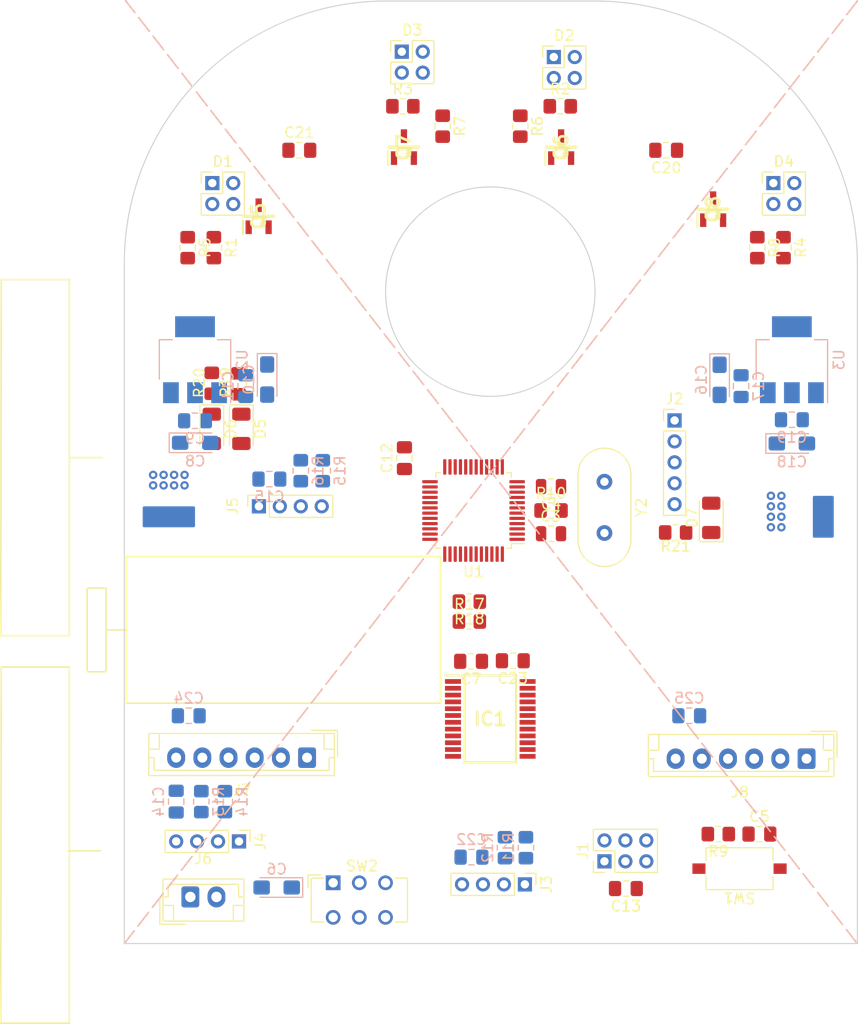
<source format=kicad_pcb>
(kicad_pcb (version 20221018) (generator pcbnew)
  (layers (0 "F.Cu" signal) (31 "B.Cu" signal) (34 "B.Paste" user) (35 "F.Paste" user) (36 "B.SilkS" user "B.Silkscreen") (37 "F.SilkS" user "F.Silkscreen") (38 "B.Mask" user) (39 "F.Mask" user) (44 "Edge.Cuts" user))
  (net 0 "")
  (net 1 "GND")
  (net 2 "OSCIN")
  (net 3 "OSCOUT")
  (net 4 "RESET")
  (net 5 "PC15")
  (net 6 "PC14")
  (net 7 "VBAT")
  (net 8 "+3.3V")
  (net 9 "+5V")
  (net 10 "Net-(D3-K)")
  (net 11 "Net-(D6-K)")
  (net 12 "Net-(D7-K)")
  (net 13 "Net-(D4-K)")
  (net 14 "Net-(D5-K)")
  (net 15 "L_MOTOR1")
  (net 16 "L_MOTOR2")
  (net 17 "R_MOTOR1")
  (net 18 "R_MOTOR2")
  (net 19 "B_PWM")
  (net 20 "B_IN2")
  (net 21 "B_IN1")
  (net 22 "STBY")
  (net 23 "A_IN1")
  (net 24 "A_IN2")
  (net 25 "A_PWM")
  (net 26 "SWDIO")
  (net 27 "SWCLK")
  (net 28 "TXD")
  (net 29 "RXD")
  (net 30 "BOOT0")
  (net 31 "BOOT1")
  (net 32 "Net-(J6-Pin_1)")
  (net 33 "I2C_SDA")
  (net 34 "I2C_SCL")
  (net 35 "LM_B")
  (net 36 "LM_A")
  (net 37 "RM_B")
  (net 38 "RM_A")
  (net 39 "PA4")
  (net 40 "PA5")
  (net 41 "PA11")
  (net 42 "PA12")
  (net 43 "PB5")
  (net 44 "IR1")
  (net 45 "Net-(Q6-D)")
  (net 46 "IR2")
  (net 47 "Net-(Q8-D)")
  (net 48 "LECT1")
  (net 49 "LECT2")
  (net 50 "IR3")
  (net 51 "Net-(Q5-D)")
  (net 52 "LECT3")
  (net 53 "IR4")
  (net 54 "Net-(Q7-D)")
  (net 55 "LECT4")
  (net 56 "PC13")
  (net 57 "PB8")
  (net 59 "Net-(D1-K)")
  (net 60 "Net-(D2-K)")
  (footprint "Resistor_SMD:R_0805_2012Metric_Pad1.20x1.40mm_HandSolder" (layer "F.Cu") (at 130.5 58.75)
    (fp_text reference "R3" (at 0 -1.65) (layer "F.SilkS"))
    (fp_text value "70")
    (pad "1" smd roundrect (at -1 0) (size 1.2 1.4) (layers "F.Cu" "F.Paste" "F.Mask") (roundrect_rratio 0.208333) (net 10 "Net-(D3-K)"))
    (pad "2" smd roundrect (at 1 0) (size 1.2 1.4) (layers "F.Cu" "F.Paste" "F.Mask") (roundrect_rratio 0.208333) (net 54 "Net-(Q7-D)"))
  )
  (footprint "Resistor_SMD:R_0805_2012Metric_Pad1.20x1.40mm_HandSolder" (layer "F.Cu") (at 160.625 128.25 180)
    (fp_text reference "R9" (at 0 -1.65) (layer "F.SilkS"))
    (fp_text value "10k")
    (pad "1" smd roundrect (at -1 0 180) (size 1.2 1.4) (layers "F.Cu" "F.Paste" "F.Mask") (roundrect_rratio 0.208333) (net 8 "+3.3V"))
    (pad "2" smd roundrect (at 1 0 180) (size 1.2 1.4) (layers "F.Cu" "F.Paste" "F.Mask") (roundrect_rratio 0.208333) (net 4 "RESET"))
  )
  (footprint "Resistor_SMD:R_0805_2012Metric_Pad1.20x1.40mm_HandSolder" (layer "F.Cu") (at 136.85 106.05 180)
    (fp_text reference "R18" (at 0 -1.65) (layer "F.SilkS"))
    (fp_text value "10K")
    (pad "1" smd roundrect (at -1 0 180) (size 1.2 1.4) (layers "F.Cu" "F.Paste" "F.Mask") (roundrect_rratio 0.208333) (net 57 "PB8"))
    (pad "2" smd roundrect (at 1 0 180) (size 1.2 1.4) (layers "F.Cu" "F.Paste" "F.Mask") (roundrect_rratio 0.208333) (net 1 "GND"))
  )
  (footprint "Connector_PinHeader_2.00mm:PinHeader_2x02_P2.00mm_Vertical" (layer "F.Cu") (at 165.8825 66.084)
    (fp_text reference "D4" (at 1 -2.06) (layer "F.SilkS"))
    (fp_text value "IR_LEFT")
    (pad "1" thru_hole rect (at 0 0) (size 1.35 1.35) (drill 0.8) (layers "*.Cu" "*.Mask") (net 13 "Net-(D4-K)"))
    (pad "2" thru_hole oval (at 2 0) (size 1.35 1.35) (drill 0.8) (layers "*.Cu" "*.Mask") (net 9 "+5V"))
    (pad "3" thru_hole oval (at 0 2) (size 1.35 1.35) (drill 0.8) (layers "*.Cu" "*.Mask") (net 55 "LECT4"))
    (pad "4" thru_hole oval (at 2 2) (size 1.35 1.35) (drill 0.8) (layers "*.Cu" "*.Mask") (net 9 "+5V"))
  )
  (footprint "IRLML6344TRPBF:SOT95P237X112-3N" (layer "F.Cu") (at 145.6125 62.65 90)
    (fp_text reference "Q6" (at 0 0 90) (layer "F.SilkS") (effects (font (size 1.27 1.27) (thickness 0.254))))
    (fp_text value "IRLML6344TRPBF" hide)
    (pad "1" smd rect (at -1.05 -0.95 180) (size 0.6 1.3) (layers "F.Cu" "F.Paste" "F.Mask") (net 46 "IR2"))
    (pad "2" smd rect (at -1.05 0.95 180) (size 0.6 1.3) (layers "F.Cu" "F.Paste" "F.Mask") (net 1 "GND"))
    (pad "3" smd rect (at 1.05 0 180) (size 0.6 1.3) (layers "F.Cu" "F.Paste" "F.Mask") (net 45 "Net-(Q6-D)"))
  )
  (footprint "Capacitor_SMD:C_0805_2012Metric_Pad1.18x1.45mm_HandSolder" (layer "F.Cu") (at 137.0125 111.75 180)
    (fp_text reference "C7" (at 0 -1.68) (layer "F.SilkS"))
    (fp_text value "100nF")
    (pad "1" smd roundrect (at -1.0375 0 180) (size 1.175 1.45) (layers "F.Cu" "F.Paste" "F.Mask") (roundrect_rratio 0.212766) (net 7 "VBAT"))
    (pad "2" smd roundrect (at 1.0375 0 180) (size 1.175 1.45) (layers "F.Cu" "F.Paste" "F.Mask") (roundrect_rratio 0.212766) (net 1 "GND"))
  )
  (footprint "Connector_JST:JST_EH_B6B-EH-A_1x06_P2.50mm_Vertical" (layer "F.Cu") (at 169.05 121.05 180)
    (fp_text reference "J8" (at 6.35 -3.2) (layer "F.SilkS"))
    (fp_text value "R_Motor")
    (pad "1" thru_hole roundrect (at 0 0 180) (size 1.7 1.95) (drill 0.95) (layers "*.Cu" "*.Mask") (roundrect_rratio 0.147059) (net 18 "R_MOTOR2"))
    (pad "2" thru_hole oval (at 2.5 0 180) (size 1.7 1.95) (drill 0.95) (layers "*.Cu" "*.Mask") (net 17 "R_MOTOR1"))
    (pad "3" thru_hole oval (at 5 0 180) (size 1.7 1.95) (drill 0.95) (layers "*.Cu" "*.Mask") (net 37 "RM_B"))
    (pad "4" thru_hole oval (at 7.5 0 180) (size 1.7 1.95) (drill 0.95) (layers "*.Cu" "*.Mask") (net 38 "RM_A"))
    (pad "5" thru_hole oval (at 10 0 180) (size 1.7 1.95) (drill 0.95) (layers "*.Cu" "*.Mask") (net 9 "+5V"))
    (pad "6" thru_hole oval (at 12.5 0 180) (size 1.7 1.95) (drill 0.95) (layers "*.Cu" "*.Mask") (net 1 "GND"))
  )
  (footprint "LED_SMD:LED_1206_3216Metric" (layer "F.Cu") (at 112.25 89.55 -90)
    (fp_text reference "D6" (at 0 -1.82 90) (layer "F.SilkS"))
    (fp_text value "LED")
    (pad "1" smd roundrect (at -1.4 0 270) (size 1.25 1.75) (layers "F.Cu" "F.Paste" "F.Mask") (roundrect_rratio 0.2) (net 11 "Net-(D6-K)"))
    (pad "2" smd roundrect (at 1.4 0 270) (size 1.25 1.75) (layers "F.Cu" "F.Paste" "F.Mask") (roundrect_rratio 0.2) (net 8 "+3.3V"))
  )
  (footprint "IRLML6344TRPBF:SOT95P237X112-3N" (layer "F.Cu") (at 130.6 62.65 90)
    (fp_text reference "Q7" (at 0 0 90) (layer "F.SilkS") (effects (font (size 1.27 1.27) (thickness 0.254))))
    (fp_text value "IRLML6344TRPBF" hide)
    (pad "1" smd rect (at -1.05 -0.95 180) (size 0.6 1.3) (layers "F.Cu" "F.Paste" "F.Mask") (net 50 "IR3"))
    (pad "2" smd rect (at -1.05 0.95 180) (size 0.6 1.3) (layers "F.Cu" "F.Paste" "F.Mask") (net 1 "GND"))
    (pad "3" smd rect (at 1.05 0 180) (size 0.6 1.3) (layers "F.Cu" "F.Paste" "F.Mask") (net 54 "Net-(Q7-D)"))
  )
  (footprint "Capacitor_SMD:C_0805_2012Metric_Pad1.18x1.45mm_HandSolder" (layer "F.Cu") (at 151.8 133.45 180)
    (fp_text reference "C13" (at 0 -1.68) (layer "F.SilkS"))
    (fp_text value "100nF")
    (pad "1" smd roundrect (at -1.0375 0 180) (size 1.175 1.45) (layers "F.Cu" "F.Paste" "F.Mask") (roundrect_rratio 0.212766) (net 8 "+3.3V"))
    (pad "2" smd roundrect (at 1.0375 0 180) (size 1.175 1.45) (layers "F.Cu" "F.Paste" "F.Mask") (roundrect_rratio 0.212766) (net 1 "GND"))
  )
  (footprint "Crystal:Crystal_HC18-U_Vertical" (layer "F.Cu") (at 149.75 94.6 -90)
    (fp_text reference "Y2" (at 2.45 -3.525 90) (layer "F.SilkS"))
    (fp_text value "8MHz")
    (pad "1" thru_hole circle (at 0 0 270) (size 1.5 1.5) (drill 0.8) (layers "*.Cu" "*.Mask") (net 3 "OSCOUT"))
    (pad "2" thru_hole circle (at 4.9 0 270) (size 1.5 1.5) (drill 0.8) (layers "*.Cu" "*.Mask") (net 2 "OSCIN"))
  )
  (footprint "Capacitor_SMD:C_0805_2012Metric" (layer "F.Cu") (at 144.65 95.0625 180)
    (fp_text reference "C4" (at 0 -1.68) (layer "F.SilkS"))
    (fp_text value "20pF")
    (pad "1" smd roundrect (at -0.95 0 180) (size 1 1.45) (layers "F.Cu" "F.Paste" "F.Mask") (net 1 "GND"))
    (pad "2" smd roundrect (at 0.95 0 180) (size 1 1.45) (layers "F.Cu" "F.Paste" "F.Mask") (net 3 "OSCOUT"))
  )
  (footprint "Resistor_SMD:R_0805_2012Metric_Pad1.20x1.40mm_HandSolder" (layer "F.Cu") (at 112.25 85.2 90)
    (fp_text reference "R20" (at 0.05 -1.2 90) (layer "F.SilkS"))
    (fp_text value "200" hide)
    (pad "1" smd roundrect (at -1 0 90) (size 1.2 1.4) (layers "F.Cu" "F.Paste" "F.Mask") (roundrect_rratio 0.208333) (net 11 "Net-(D6-K)"))
    (pad "2" smd roundrect (at 1 0 90) (size 1.2 1.4) (layers "F.Cu" "F.Paste" "F.Mask") (roundrect_rratio 0.208333) (net 1 "GND"))
  )
  (footprint "Resistor_SMD:R_0805_2012Metric_Pad1.20x1.40mm_HandSolder" (layer "F.Cu") (at 164.35 72.25 -90)
    (fp_text reference "R8" (at 0 -1.65 90) (layer "F.SilkS"))
    (fp_text value "10K")
    (pad "1" smd roundrect (at -1 0 270) (size 1.2 1.4) (layers "F.Cu" "F.Paste" "F.Mask") (roundrect_rratio 0.208333) (net 55 "LECT4"))
    (pad "2" smd roundrect (at 1 0 270) (size 1.2 1.4) (layers "F.Cu" "F.Paste" "F.Mask") (roundrect_rratio 0.208333) (net 1 "GND"))
  )
  (footprint "Capacitor_SMD:C_0805_2012Metric_Pad1.18x1.45mm_HandSolder" (layer "F.Cu") (at 164.55 128.25)
    (fp_text reference "C5" (at 0 -1.68) (layer "F.SilkS"))
    (fp_text value "1uF")
    (pad "1" smd roundrect (at -1.0375 0) (size 1.175 1.45) (layers "F.Cu" "F.Paste" "F.Mask") (roundrect_rratio 0.212766) (net 4 "RESET"))
    (pad "2" smd roundrect (at 1.0375 0) (size 1.175 1.45) (layers "F.Cu" "F.Paste" "F.Mask") (roundrect_rratio 0.212766) (net 1 "GND"))
  )
  (footprint "Connector_PinSocket_2.00mm:PinSocket_1x04_P2.00mm_Vertical" (layer "F.Cu") (at 116.75 96.95 90)
    (fp_text reference "J5" (at 0 -2.5 90) (layer "F.SilkS"))
    (fp_text value "Gyro")
    (pad "1" thru_hole rect (at 0 0 90) (size 1.35 1.35) (drill 0.8) (layers "*.Cu" "*.Mask") (net 8 "+3.3V"))
    (pad "2" thru_hole oval (at 0 2 90) (size 1.35 1.35) (drill 0.8) (layers "*.Cu" "*.Mask") (net 1 "GND"))
    (pad "3" thru_hole oval (at 0 4 90) (size 1.35 1.35) (drill 0.8) (layers "*.Cu" "*.Mask") (net 33 "I2C_SDA"))
    (pad "4" thru_hole oval (at 0 6 90) (size 1.35 1.35) (drill 0.8) (layers "*.Cu" "*.Mask") (net 34 "I2C_SCL"))
  )
  (footprint "LED_SMD:LED_1206_3216Metric" (layer "F.Cu") (at 115.075 89.55 -90)
    (fp_text reference "D5" (at 0 -1.82 90) (layer "F.SilkS"))
    (fp_text value "LED")
    (pad "1" smd roundrect (at -1.4 0 270) (size 1.25 1.75) (layers "F.Cu" "F.Paste" "F.Mask") (roundrect_rratio 0.2) (net 14 "Net-(D5-K)"))
    (pad "2" smd roundrect (at 1.4 0 270) (size 1.25 1.75) (layers "F.Cu" "F.Paste" "F.Mask") (roundrect_rratio 0.2) (net 9 "+5V"))
  )
  (footprint "Resistor_SMD:R_0805_2012Metric_Pad1.20x1.40mm_HandSolder" (layer "F.Cu") (at 166.85 72.25 -90)
    (fp_text reference "R4" (at 0 -1.65 90) (layer "F.SilkS"))
    (fp_text value "70")
    (pad "1" smd roundrect (at -1 0 270) (size 1.2 1.4) (layers "F.Cu" "F.Paste" "F.Mask") (roundrect_rratio 0.208333) (net 13 "Net-(D4-K)"))
    (pad "2" smd roundrect (at 1 0 270) (size 1.2 1.4) (layers "F.Cu" "F.Paste" "F.Mask") (roundrect_rratio 0.208333) (net 47 "Net-(Q8-D)"))
  )
  (footprint "Resistor_SMD:R_0805_2012Metric_Pad1.20x1.40mm_HandSolder" (layer "F.Cu") (at 144.65 97.35 180)
    (fp_text reference "R10" (at 0 1.65 180) (layer "F.SilkS"))
    (fp_text value "1M" hide)
    (pad "1" smd roundrect (at -1 0 180) (size 1.2 1.4) (layers "F.Cu" "F.Paste" "F.Mask") (roundrect_rratio 0.208333) (net 2 "OSCIN"))
    (pad "2" smd roundrect (at 1 0 180) (size 1.2 1.4) (layers "F.Cu" "F.Paste" "F.Mask") (roundrect_rratio 0.208333) (net 3 "OSCOUT"))
  )
  (footprint "Connector_PinHeader_2.00mm:PinHeader_2x02_P2.00mm_Vertical" (layer "F.Cu") (at 144.9125 54.05)
    (fp_text reference "D2" (at 1 -2.06) (layer "F.SilkS"))
    (fp_text value "IR_LEFT")
    (pad "1" thru_hole rect (at 0 0) (size 1.35 1.35) (drill 0.8) (layers "*.Cu" "*.Mask") (net 60 "Net-(D2-K)"))
    (pad "2" thru_hole oval (at 2 0) (size 1.35 1.35) (drill 0.8) (layers "*.Cu" "*.Mask") (net 9 "+5V"))
    (pad "3" thru_hole oval (at 0 2) (size 1.35 1.35) (drill 0.8) (layers "*.Cu" "*.Mask") (net 49 "LECT2"))
    (pad "4" thru_hole oval (at 2 2) (size 1.35 1.35) (drill 0.8) (layers "*.Cu" "*.Mask") (net 9 "+5V"))
  )
  (footprint "Connector_PinHeader_2.00mm:PinHeader_2x03_P2.00mm_Vertical" (layer "F.Cu") (at 149.75 130.85 90)
    (fp_text reference "J1" (at 1 -2.06 90) (layer "F.SilkS"))
    (fp_text value "Conn_02x03_Odd_Even")
    (pad "1" thru_hole rect (at 0 0 90) (size 1.35 1.35) (drill 0.8) (layers "*.Cu" "*.Mask") (net 8 "+3.3V"))
    (pad "2" thru_hole oval (at 2 0 90) (size 1.35 1.35) (drill 0.8) (layers "*.Cu" "*.Mask") (net 8 "+3.3V"))
    (pad "3" thru_hole oval (at 0 2 90) (size 1.35 1.35) (drill 0.8) (layers "*.Cu" "*.Mask") (net 30 "BOOT0"))
    (pad "4" thru_hole oval (at 2 2 90) (size 1.35 1.35) (drill 0.8) (layers "*.Cu" "*.Mask") (net 31 "BOOT1"))
    (pad "5" thru_hole oval (at 0 4 90) (size 1.35 1.35) (drill 0.8) (layers "*.Cu" "*.Mask") (net 1 "GND"))
    (pad "6" thru_hole oval (at 2 4 90) (size 1.35 1.35) (drill 0.8) (layers "*.Cu" "*.Mask") (net 1 "GND"))
  )
  (footprint "Capacitor_SMD:C_0805_2012Metric_Pad1.18x1.45mm_HandSolder" (layer "F.Cu") (at 120.6125 62.95)
    (fp_text reference "C21" (at 0 -1.68) (layer "F.SilkS"))
    (fp_text value "100nF")
    (pad "1" smd roundrect (at -1.0375 0) (size 1.175 1.45) (layers "F.Cu" "F.Paste" "F.Mask") (roundrect_rratio 0.212766) (net 9 "+5V"))
    (pad "2" smd roundrect (at 1.0375 0) (size 1.175 1.45) (layers "F.Cu" "F.Paste" "F.Mask") (roundrect_rratio 0.212766) (net 1 "GND"))
  )
  (footprint "Connector_PinHeader_2.00mm:PinHeader_1x05_P2.00mm_Vertical" (layer "F.Cu") (at 156.45 88.75)
    (fp_text reference "J2" (at 0 -2.06) (layer "F.SilkS"))
    (fp_text value "FreePins")
    (pad "1" thru_hole rect (at 0 0) (size 1.35 1.35) (drill 0.8) (layers "*.Cu" "*.Mask") (net 39 "PA4"))
    (pad "2" thru_hole oval (at 0 2) (size 1.35 1.35) (drill 0.8) (layers "*.Cu" "*.Mask") (net 40 "PA5"))
    (pad "3" thru_hole oval (at 0 4) (size 1.35 1.35) (drill 0.8) (layers "*.Cu" "*.Mask") (net 41 "PA11"))
    (pad "4" thru_hole oval (at 0 6) (size 1.35 1.35) (drill 0.8) (layers "*.Cu" "*.Mask") (net 42 "PA12"))
    (pad "5" thru_hole oval (at 0 8) (size 1.35 1.35) (drill 0.8) (layers "*.Cu" "*.Mask") (net 43 "PB5"))
  )
  (footprint "Package_QFP:LQFP-48_7x7mm_P0.5mm" (layer "F.Cu") (at 137.25 97.35 180)
    (fp_text reference "U1" (at 0 -5.85) (layer "F.SilkS"))
    (fp_text value "STM32F103C8T6")
    (pad "1" smd roundrect (at -4.1625 -2.75 180) (size 1.475 0.3) (layers "F.Cu" "F.Paste" "F.Mask") (net 7 "VBAT"))
    (pad "2" smd roundrect (at -4.1625 -2.25 180) (size 1.475 0.3) (layers "F.Cu" "F.Paste" "F.Mask") (net 56 "PC13"))
    (pad "3" smd roundrect (at -4.1625 -1.75 180) (size 1.475 0.3) (layers "F.Cu" "F.Paste" "F.Mask") (net 6 "PC14"))
    (pad "4" smd roundrect (at -4.1625 -1.25 180) (size 1.475 0.3) (layers "F.Cu" "F.Paste" "F.Mask") (net 5 "PC15"))
    (pad "5" smd roundrect (at -4.1625 -0.75 180) (size 1.475 0.3) (layers "F.Cu" "F.Paste" "F.Mask") (net 2 "OSCIN"))
    (pad "6" smd roundrect (at -4.1625 -0.25 180) (size 1.475 0.3) (layers "F.Cu" "F.Paste" "F.Mask") (net 3 "OSCOUT"))
    (pad "7" smd roundrect (at -4.1625 0.25 180) (size 1.475 0.3) (layers "F.Cu" "F.Paste" "F.Mask") (net 4 "RESET"))
    (pad "8" smd roundrect (at -4.1625 0.75 180) (size 1.475 0.3) (layers "F.Cu" "F.Paste" "F.Mask") (net 1 "GND"))
    (pad "9" smd roundrect (at -4.1625 1.25 180) (size 1.475 0.3) (layers "F.Cu" "F.Paste" "F.Mask") (net 8 "+3.3V"))
    (pad "10" smd roundrect (at -4.1625 1.75 180) (size 1.475 0.3) (layers "F.Cu" "F.Paste" "F.Mask") (net 36 "LM_A"))
    (pad "11" smd roundrect (at -4.1625 2.25 180) (size 1.475 0.3) (layers "F.Cu" "F.Paste" "F.Mask") (net 35 "LM_B"))
    (pad "12" smd roundrect (at -4.1625 2.75 180) (size 1.475 0.3) (layers "F.Cu" "F.Paste" "F.Mask") (net 38 "RM_A"))
    (pad "13" smd roundrect (at -2.75 4.1625 180) (size 0.3 1.475) (layers "F.Cu" "F.Paste" "F.Mask") (net 37 "RM_B"))
    (pad "14" smd roundrect (at -2.25 4.1625 180) (size 0.3 1.475) (layers "F.Cu" "F.Paste" "F.Mask") (net 39 "PA4"))
    (pad "15" smd roundrect (at -1.75 4.1625 180) (size 0.3 1.475) (layers "F.Cu" "F.Paste" "F.Mask") (net 40 "PA5"))
    (pad "16" smd roundrect (at -1.25 4.1625 180) (size 0.3 1.475) (layers "F.Cu" "F.Paste" "F.Mask") (net 25 "A_PWM"))
    (pad "17" smd roundrect (at -0.75 4.1625 180) (size 0.3 1.475) (layers "F.Cu" "F.Paste" "F.Mask") (net 19 "B_PWM"))
    (pad "18" smd roundrect (at -0.25 4.1625 180) (size 0.3 1.475) (layers "F.Cu" "F.Paste" "F.Mask") (net 50 "IR3"))
    (pad "19" smd roundrect (at 0.25 4.1625 180) (size 0.3 1.475) (layers "F.Cu" "F.Paste" "F.Mask") (net 44 "IR1"))
    (pad "20" smd roundrect (at 0.75 4.1625 180) (size 0.3 1.475) (layers "F.Cu" "F.Paste" "F.Mask") (net 31 "BOOT1"))
    (pad "21" smd roundrect (at 1.25 4.1625 180) (size 0.3 1.475) (layers "F.Cu" "F.Paste" "F.Mask") (net 28 "TXD"))
    (pad "22" smd roundrect (at 1.75 4.1625 180) (size 0.3 1.475) (layers "F.Cu" "F.Paste" "F.Mask") (net 29 "RXD"))
    (pad "23" smd roundrect (at 2.25 4.1625 180) (size 0.3 1.475) (layers "F.Cu" "F.Paste" "F.Mask") (net 1 "GND"))
    (pad "24" smd roundrect (at 2.75 4.1625 180) (size 0.3 1.475) (layers "F.Cu" "F.Paste" "F.Mask") (net 8 "+3.3V"))
    (pad "25" smd roundrect (at 4.1625 2.75 180) (size 1.475 0.3) (layers "F.Cu" "F.Paste" "F.Mask") (net 23 "A_IN1"))
    (pad "26" smd roundrect (at 4.1625 2.25 180) (size 1.475 0.3) (layers "F.Cu" "F.Paste" "F.Mask") (net 24 "A_IN2"))
    (pad "27" smd roundrect (at 4.1625 1.75 180) (size 1.475 0.3) (layers "F.Cu" "F.Paste" "F.Mask") (net 21 "B_IN1"))
    (pad "28" smd roundrect (at 4.1625 1.25 180) (size 1.475 0.3) (layers "F.Cu" "F.Paste" "F.Mask") (net 20 "B_IN2"))
    (pad "29" smd roundrect (at 4.1625 0.75 180) (size 1.475 0.3) (layers "F.Cu" "F.Paste" "F.Mask") (net 49 "LECT2"))
    (pad "30" smd roundrect (at 4.1625 0.25 180) (size 1.475 0.3) (layers "F.Cu" "F.Paste" "F.Mask") (net 52 "LECT3"))
    (pad "31" smd roundrect (at 4.1625 -0.25 180) (size 1.475 0.3) (layers "F.Cu" "F.Paste" "F.Mask") (net 55 "LECT4"))
    (pad "32" smd roundrect (at 4.1625 -0.75 180) (size 1.475 0.3) (layers "F.Cu" "F.Paste" "F.Mask") (net 41 "PA11"))
    (pad "33" smd roundrect (at 4.1625 -1.25 180) (size 1.475 0.3) (layers "F.Cu" "F.Paste" "F.Mask") (net 42 "PA12"))
    (pad "34" smd roundrect (at 4.1625 -1.75 180) (size 1.475 0.3) (layers "F.Cu" "F.Paste" "F.Mask") (net 26 "SWDIO"))
    (pad "35" smd roundrect (at 4.1625 -2.25 180) (size 1.475 0.3) (layers "F.Cu" "F.Paste" "F.Mask") (net 1 "GND"))
    (pad "36" smd roundrect (at 4.1625 -2.75 180) (size 1.475 0.3) (layers "F.Cu" "F.Paste" "F.Mask") (net 8 "+3.3V"))
    (pad "37" smd roundrect (at 2.75 -4.1625 180) (size 0.3 1.475) (layers "F.Cu" "F.Paste" "F.Mask") (net 27 "SWCLK"))
    (pad "38" smd roundrect (at 2.25 -4.1625 180) (size 0.3 1.475) (layers "F.Cu" "F.Paste" "F.Mask") (net 22 "STBY"))
    (pad "39" smd roundrect (at 1.75 -4.1625 180) (size 0.3 1.475) (layers "F.Cu" "F.Paste" "F.Mask") (net 46 "IR2"))
    (pad "40" smd roundrect (at 1.25 -4.1625 180) (size 0.3 1.475) (layers "F.Cu" "F.Paste" "F.Mask") (net 53 "IR4"))
    (pad "41" smd roundrect (at 0.75 -4.1625 180) (size 0.3 1.475) (layers "F.Cu" "F.Paste" "F.Mask") (net 43 "PB5"))
    (pad "42" smd roundrect (at 0.25 -4.1625 180) (size 0.3 1.475) (layers "F.Cu" "F.Paste" "F.Mask") (net 34 "I2C_SCL"))
    (pad "43" smd roundrect (at -0.25 -4.1625 180) (size 0.3 1.475) (layers "F.Cu" "F.Paste" "F.Mask") (net 33 "I2C_SDA"))
    (pad "44" smd roundrect (at -0.75 -4.1625 180) (size 0.3 1.475) (layers "F.Cu" "F.Paste" "F.Mask") (net 30 "BOOT0"))
    (pad "45" smd roundrect (at -1.25 -4.1625 180) (size 0.3 1.475) (layers "F.Cu" "F.Paste" "F.Mask") (net 57 "PB8"))
    (pad "46" smd roundrect (at -1.75 -4.1625 180) (size 0.3 1.475) (layers "F.Cu" "F.Paste" "F.Mask") (net 48 "LECT1"))
    (pad "47" smd roundrect (at -2.25 -4.1625 180) (size 0.3 1.475) (layers "F.Cu" "F.Paste" "F.Mask") (net 1 "GND"))
    (pad "48" smd roundrect (at -2.75 -4.1625 180) (size 0.3 1.475) (layers "F.Cu" "F.Paste" "F.Mask") (net 8 "+3.3V"))
  )
  (footprint "Resistor_SMD:R_0805_2012Metric_Pad1.20x1.40mm_HandSolder" (layer "F.Cu") (at 141.7125 60.65 -90)
    (fp_text reference "R6" (at 0 -1.65 90) (layer "F.SilkS"))
    (fp_text value "10K")
    (pad "1" smd roundrect (at -1 0 270) (size 1.2 1.4) (layers "F.Cu" "F.Paste" "F.Mask") (roundrect_rratio 0.208333) (net 49 "LECT2"))
    (pad "2" smd roundrect (at 1 0 270) (size 1.2 1.4) (layers "F.Cu" "F.Paste" "F.Mask") (roundrect_rratio 0.208333) (net 1 "GND"))
  )
  (footprint "IRLML6344TRPBF:SOT95P237X112-3N" (layer "F.Cu") (at 116.725 69.25 90)
    (fp_text reference "Q5" (at 0 0 90) (layer "F.SilkS") (effects (font (size 1.27 1.27) (thickness 0.254))))
    (fp_text value "IRLML6344TRPBF" hide)
    (pad "1" smd rect (at -1.05 -0.95 180) (size 0.6 1.3) (layers "F.Cu" "F.Paste" "F.Mask") (net 44 "IR1"))
    (pad "2" smd rect (at -1.05 0.95 180) (size 0.6 1.3) (layers "F.Cu" "F.Paste" "F.Mask") (net 1 "GND"))
    (pad "3" smd rect (at 1.05 0 180) (size 0.6 1.3) (layers "F.Cu" "F.Paste" "F.Mask") (net 51 "Net-(Q5-D)"))
  )
  (footprint "Capacitor_SMD:C_0805_2012Metric" (layer "F.Cu") (at 144.65 99.5625 180)
    (fp_text reference "C3" (at 0.05 1.65) (layer "F.SilkS"))
    (fp_text value "20pF")
    (pad "1" smd roundrect (at -0.95 0 180) (size 1 1.45) (layers "F.Cu" "F.Paste" "F.Mask") (net 1 "GND"))
    (pad "2" smd roundrect (at 0.95 0 180) (size 1 1.45) (layers "F.Cu" "F.Paste" "F.Mask") (net 2 "OSCIN"))
  )
  (footprint "IRLML6344TRPBF:SOT95P237X112-3N" (layer "F.Cu") (at 160.1325 68.575 90)
    (fp_text reference "Q8" (at 0 0 90) (layer "F.SilkS") (effects (font (size 1.27 1.27) (thickness 0.254))))
    (fp_text value "IRLML6344TRPBF" hide)
    (pad "1" smd rect (at -1.05 -0.95 180) (size 0.6 1.3) (layers "F.Cu" "F.Paste" "F.Mask") (net 53 "IR4"))
    (pad "2" smd rect (at -1.05 0.95 180) (size 0.6 1.3) (layers "F.Cu" "F.Paste" "F.Mask") (net 1 "GND"))
    (pad "3" smd rect (at 1.05 0 180) (size 0.6 1.3) (layers "F.Cu" "F.Paste" "F.Mask") (net 47 "Net-(Q8-D)"))
  )
  (footprint "Resistor_SMD:R_0805_2012Metric_Pad1.20x1.40mm_HandSolder" (layer "F.Cu") (at 134.3 60.65 -90)
    (fp_text reference "R7" (at 0 -1.65 90) (layer "F.SilkS"))
    (fp_text value "10K")
    (pad "1" smd roundrect (at -1 0 270) (size 1.2 1.4) (layers "F.Cu" "F.Paste" "F.Mask") (roundrect_rratio 0.208333) (net 52 "LECT3"))
    (pad "2" smd roundrect (at 1 0 270) (size 1.2 1.4) (layers "F.Cu" "F.Paste" "F.Mask") (roundrect_rratio 0.208333) (net 1 "GND"))
  )
  (footprint "TB6612FNG:SOP65P760X160-24N" (layer "F.Cu") (at 138.85 117.25)
    (fp_text reference "IC1" (at 0 0) (layer "F.SilkS") (effects (font (size 1.27 1.27) (thickness 0.254))))
    (fp_text value "TB6612FNG,C,8,EL" hide)
    (pad "1" smd rect (at -3.562 -3.575 90) (size 0.45 1.525) (layers "F.Cu" "F.Paste" "F.Mask") (net 15 "L_MOTOR1"))
    (pad "2" smd rect (at -3.562 -2.925 90) (size 0.45 1.525) (layers "F.Cu" "F.Paste" "F.Mask") (net 15 "L_MOTOR1"))
    (pad "3" smd rect (at -3.562 -2.275 90) (size 0.45 1.525) (layers "F.Cu" "F.Paste" "F.Mask") (net 1 "GND"))
    (pad "4" smd rect (at -3.562 -1.625 90) (size 0.45 1.525) (layers "F.Cu" "F.Paste" "F.Mask") (net 1 "GND"))
    (pad "5" smd rect (at -3.562 -0.975 90) (size 0.45 1.525) (layers "F.Cu" "F.Paste" "F.Mask") (net 16 "L_MOTOR2"))
    (pad "6" smd rect (at -3.562 -0.325 90) (size 0.45 1.525) (layers "F.Cu" "F.Paste" "F.Mask") (net 16 "L_MOTOR2"))
    (pad "7" smd rect (at -3.562 0.325 90) (size 0.45 1.525) (layers "F.Cu" "F.Paste" "F.Mask") (net 17 "R_MOTOR1"))
    (pad "8" smd rect (at -3.562 0.975 90) (size 0.45 1.525) (layers "F.Cu" "F.Paste" "F.Mask") (net 17 "R_MOTOR1"))
    (pad "9" smd rect (at -3.562 1.625 90) (size 0.45 1.525) (layers "F.Cu" "F.Paste" "F.Mask") (net 1 "GND"))
    (pad "10" smd rect (at -3.562 2.275 90) (size 0.45 1.525) (layers "F.Cu" "F.Paste" "F.Mask") (net 1 "GND"))
    (pad "11" smd rect (at -3.562 2.925 90) (size 0.45 1.525) (layers "F.Cu" "F.Paste" "F.Mask") (net 18 "R_MOTOR2"))
    (pad "12" smd rect (at -3.562 3.575 90) (size 0.45 1.525) (layers "F.Cu" "F.Paste" "F.Mask") (net 18 "R_MOTOR2"))
    (pad "13" smd rect (at 3.562 3.575 90) (size 0.45 1.525) (layers "F.Cu" "F.Paste" "F.Mask") (net 7 "VBAT"))
    (pad "14" smd rect (at 3.562 2.925 90) (size 0.45 1.525) (layers "F.Cu" "F.Paste" "F.Mask") (net 7 "VBAT"))
    (pad "15" smd rect (at 3.562 2.275 90) (size 0.45 1.525) (layers "F.Cu" "F.Paste" "F.Mask") (net 19 "B_PWM"))
    (pad "16" smd rect (at 3.562 1.625 90) (size 0.45 1.525) (layers "F.Cu" "F.Paste" "F.Mask") (net 20 "B_IN2"))
    (pad "17" smd rect (at 3.562 0.975 90) (size 0.45 1.525) (layers "F.Cu" "F.Paste" "F.Mask") (net 21 "B_IN1"))
    (pad "18" smd rect (at 3.562 0.325 90) (size 0.45 1.525) (layers "F.Cu" "F.Paste" "F.Mask") (net 1 "GND"))
    (pad "19" smd rect (at 3.562 -0.325 90) (size 0.45 1.525) (layers "F.Cu" "F.Paste" "F.Mask") (net 22 "STBY"))
    (pad "20" smd rect (at 3.562 -0.975 90) (size 0.45 1.525) (layers "F.Cu" "F.Paste" "F.Mask") (net 9 "+5V"))
    (pad "21" smd rect (at 3.562 -1.625 90) (size 0.45 1.525) (layers "F.Cu" "F.Paste" "F.Mask") (net 23 "A_IN1"))
    (pad "22" smd rect (at 3.562 -2.275 90) (size 0.45 1.525) (layers "F.Cu" "F.Paste" "F.Mask") (net 24 "A_IN2"))
    (pad "23" smd rect (at 3.562 -2.925 90) (size 0.45 1.525) (layers "F.Cu" "F.Paste" "F.Mask") (net 25 "A_PWM"))
    (pad "24" smd rect (at 3.562 -3.575 90) (size 0.45 1.525) (layers "F.Cu" "F.Paste" "F.Mask") (net 7 "VBAT"))
  )
  (footprint "Resistor_SMD:R_0805_2012Metric_Pad1.20x1.40mm_HandSolder" (layer "F.Cu") (at 156.55 99.45 180)
    (fp_text reference "R21" (at 0 -1.3) (layer "F.SilkS"))
    (fp_text value "200" hide)
    (pad "1" smd roundrect (at -1 0 180) (size 1.2 1.4) (layers "F.Cu" "F.Paste" "F.Mask") (roundrect_rratio 0.208333) (net 12 "Net-(D7-K)"))
    (pad "2" smd roundrect (at 1 0 180) (size 1.2 1.4) (layers "F.Cu" "F.Paste" "F.Mask") (roundrect_rratio 0.208333) (net 56 "PC13"))
  )
  (footprint "Button_Switch_THT:SW_CuK_JS202011CQN_DPDT_Straight" (layer "F.Cu") (at 123.8425 132.9)
    (fp_text reference "SW2" (at 2.75 -1.6) (layer "F.SilkS"))
    (fp_text value "SW_SPDT")
    (pad "1" thru_hole rect (at 0 0) (size 1.4 1.4) (drill 0.9) (layers "*.Cu" "*.Mask") (net 7 "VBAT"))
    (pad "2" thru_hole circle (at 2.5 0) (size 1.4 1.4) (drill 0.9) (layers "*.Cu" "*.Mask") (net 32 "Net-(J6-Pin_1)"))
    (pad "3" thru_hole circle (at 5 0) (size 1.4 1.4) (drill 0.9) (layers "*.Cu" "*.Mask"))
    (pad "4" thru_hole circle (at 0 3.3) (size 1.4 1.4) (drill 0.9) (layers "*.Cu" "*.Mask"))
    (pad "5" thru_hole circle (at 2.5 3.3) (size 1.4 1.4) (drill 0.9) (layers "*.Cu" "*.Mask"))
    (pad "6" thru_hole circle (at 5 3.3) (size 1.4 1.4) (drill 0.9) (layers "*.Cu" "*.Mask"))
  )
  (footprint "Connector_JST:JST_EH_B6B-EH-A_1x06_P2.50mm_Vertical" (layer "F.Cu") (at 121.35 120.95 180)
    (fp_text reference "J7" (at 6.2 -3.1) (layer "F.SilkS"))
    (fp_text value "L_Motor")
    (pad "1" thru_hole roundrect (at 0 0 180) (size 1.7 1.95) (drill 0.95) (layers "*.Cu" "*.Mask") (roundrect_rratio 0.147059) (net 16 "L_MOTOR2"))
    (pad "2" thru_hole oval (at 2.5 0 180) (size 1.7 1.95) (drill 0.95) (layers "*.Cu" "*.Mask") (net 15 "L_MOTOR1"))
    (pad "3" thru_hole oval (at 5 0 180) (size 1.7 1.95) (drill 0.95) (layers "*.Cu" "*.Mask") (net 35 "LM_B"))
    (pad "4" thru_hole oval (at 7.5 0 180) (size 1.7 1.95) (drill 0.95) (layers "*.Cu" "*.Mask") (net 36 "LM_A"))
    (pad "5" thru_hole oval (at 10 0 180) (size 1.7 1.95) (drill 0.95) (layers "*.Cu" "*.Mask") (net 9 "+5V"))
    (pad "6" thru_hole oval (at 12.5 0 180) (size 1.7 1.95) (drill 0.95) (layers "*.Cu" "*.Mask") (net 1 "GND"))
  )
  (footprint "Resistor_SMD:R_0805_2012Metric_Pad1.20x1.40mm_HandSolder" (layer "F.Cu") (at 109.95 72.25 -90)
    (fp_text reference "R5" (at 0 -1.65 90) (layer "F.SilkS"))
    (fp_text value "10K")
    (pad "1" smd roundrect (at -1 0 270) (size 1.2 1.4) (layers "F.Cu" "F.Paste" "F.Mask") (roundrect_rratio 0.208333) (net 48 "LECT1"))
    (pad "2" smd roundrect (at 1 0 270) (size 1.2 1.4) (layers "F.Cu" "F.Paste" "F.Mask") (roundrect_rratio 0.208333) (net 1 "GND"))
  )
  (footprint "LED_SMD:LED_1206_3216Metric" (layer "F.Cu") (at 159.95 98.05 90)
    (fp_text reference "D7" (at 0 -1.82 90) (layer "F.SilkS"))
    (fp_text value "LED")
    (pad "1" smd roundrect (at -1.4 0 90) (size 1.25 1.75) (layers "F.Cu" "F.Paste" "F.Mask") (roundrect_rratio 0.2) (net 12 "Net-(D7-K)"))
    (pad "2" smd roundrect (at 1.4 0 90) (size 1.25 1.75) (layers "F.Cu" "F.Paste" "F.Mask") (roundrect_rratio 0.2) (net 8 "+3.3V"))
  )
  (footprint "Connector_PinHeader_2.00mm:PinHeader_2x02_P2.00mm_Vertical" (layer "F.Cu") (at 112.3 66.084)
    (fp_text reference "D1" (at 1 -2.06) (layer "F.SilkS"))
    (fp_text value "IR_LEFT")
    (pad "1" thru_hole rect (at 0 0) (size 1.35 1.35) (drill 0.8) (layers "*.Cu" "*.Mask") (net 59 "Net-(D1-K)"))
    (pad "2" thru_hole oval (at 2 0) (size 1.35 1.35) (drill 0.8) (layers "*.Cu" "*.Mask") (net 9 "+5V"))
    (pad "3" thru_hole oval (at 0 2) (size 1.35 1.35) (drill 0.8) (layers "*.Cu" "*.Mask") (net 48 "LECT1"))
    (pad "4" thru_hole oval (at 2 2) (size 1.35 1.35) (drill 0.8) (layers "*.Cu" "*.Mask") (net 9 "+5V"))
  )
  (footprint "Resistor_SMD:R_0805_2012Metric_Pad1.20x1.40mm_HandSolder" (layer "F.Cu") (at 114.8 85.25 -90)
    (fp_text reference "R19" (at -0.15 1.2 90) (layer "F.SilkS"))
    (fp_text value "250" hide)
    (pad "1" smd roundrect (at -1 0 270) (size 1.2 1.4) (layers "F.Cu" "F.Paste" "F.Mask") (roundrect_rratio 0.208333) (net 1 "GND"))
    (pad "2" smd roundrect (at 1 0 270) (size 1.2 1.4) (layers "F.Cu" "F.Paste" "F.Mask") (roundrect_rratio 0.208333) (net 14 "Net-(D5-K)"))
  )
  (footprint "Connector_PinHeader_2.00mm:PinHeader_1x04_P2.00mm_Vertical" (layer "F.Cu") (at 142.15 133.05 -90)
    (fp_text reference "J3" (at 0 -2.06 90) (layer "F.SilkS"))
    (fp_text value "UART")
    (pad "1" thru_hole rect (at 0 0 270) (size 1.35 1.35) (drill 0.8) (layers "*.Cu" "*.Mask") (net 28 "TXD"))
    (pad "2" thru_hole oval (at 0 2 270) (size 1.35 1.35) (drill 0.8) (layers "*.Cu" "*.Mask") (net 29 "RXD"))
    (pad "3" thru_hole oval (at 0 4 270) (size 1.35 1.35) (drill 0.8) (layers "*.Cu" "*.Mask") (net 1 "GND"))
    (pad "4" thru_hole oval (at 0 6 270) (size 1.35 1.35) (drill 0.8) (layers "*.Cu" "*.Mask") (net 9 "+5V"))
  )
  (footprint "Connector_PinHeader_2.00mm:PinHeader_2x02_P2.00mm_Vertical" (layer "F.Cu") (at 130.4 53.5375)
    (fp_text reference "D3" (at 1 -2.06) (layer "F.SilkS"))
    (fp_text value "IR_LEFT")
    (pad "1" thru_hole rect (at 0 0) (size 1.35 1.35) (drill 0.8) (layers "*.Cu" "*.Mask") (net 10 "Net-(D3-K)"))
    (pad "2" thru_hole oval (at 2 0) (size 1.35 1.35) (drill 0.8) (layers "*.Cu" "*.Mask") (net 9 "+5V"))
    (pad "3" thru_hole oval (at 0 2) (size 1.35 1.35) (drill 0.8) (layers "*.Cu" "*.Mask") (net 52 "LECT3"))
    (pad "4" thru_hole oval (at 2 2) (size 1.35 1.35) (drill 0.8) (layers "*.Cu" "*.Mask") (net 9 "+5V"))
  )
  (footprint "Resistor_SMD:R_0805_2012Metric_Pad1.20x1.40mm_HandSolder" (layer "F.Cu") (at 145.5325 58.75)
    (fp_text reference "R2" (at 0 -1.65) (layer "F.SilkS"))
    (fp_text value "70")
    (pad "1" smd roundrect (at -1 0) (size 1.2 1.4) (layers "F.Cu" "F.Paste" "F.Mask") (roundrect_rratio 0.208333) (net 60 "Net-(D2-K)"))
    (pad "2" smd roundrect (at 1 0) (size 1.2 1.4) (layers "F.Cu" "F.Paste" "F.Mask") (roundrect_rratio 0.208333) (net 45 "Net-(Q6-D)"))
  )
  (footprint "Button_Switch_SMD:SW_Tactile_SPST_NO_Straight_CK_PTS636Sx25SMTRLFS" (layer "F.Cu") (at 162.65 131.55 180)
    (fp_text reference "SW1" (at 0.025 -2.8 180 unlocked) (layer "F.SilkS"))
    (fp_text value "RESET")
    (pad "1" smd rect (at -3.875 0 180) (size 1.25 1) (layers "F.Cu" "F.Paste" "F.Mask") (net 1 "GND"))
    (pad "2" smd rect (at 3.875 0 180) (size 1.25 1) (layers "F.Cu" "F.Paste" "F.Mask") (net 4 "RESET"))
  )
  (footprint "Connector_PinHeader_2.00mm:PinHeader_1x04_P2.00mm_Vertical" (layer "F.Cu") (at 114.85 128.95 -90)
    (fp_text reference "J4" (at 0 -2.06 -270) (layer "F.SilkS"))
    (fp_text value "SWD")
    (pad "1" thru_hole rect (at 0 0 270) (size 1.35 1.35) (drill 0.8) (layers "*.Cu" "*.Mask") (net 8 "+3.3V"))
    (pad "2" thru_hole oval (at 0 2 270) (size 1.35 1.35) (drill 0.8) (layers "*.Cu" "*.Mask") (net 26 "SWDIO"))
    (pad "3" thru_hole oval (at 0 4 270) (size 1.35 1.35) (drill 0.8) (layers "*.Cu" "*.Mask") (net 27 "SWCLK"))
    (pad "4" thru_hole oval (at 0 6 270) (size 1.35 1.35) (drill 0.8) (layers "*.Cu" "*.Mask") (net 1 "GND"))
  )
  (footprint "Capacitor_SMD:C_0805_2012Metric_Pad1.18x1.45mm_HandSolder" (layer "F.Cu") (at 141 111.7 180)
    (fp_text reference "C23" (at 0 -1.68) (layer "F.SilkS"))
    (fp_text value "100nF")
    (pad "1" smd roundrect (at -1.0375 0 180) (size 1.175 1.45) (layers "F.Cu" "F.Paste" "F.Mask") (roundrect_rratio 0.212766) (net 9 "+5V"))
    (pad "2" smd roundrect (at 1.0375 0 180) (size 1.175 1.45) (layers "F.Cu" "F.Paste" "F.Mask") (roundrect_rratio 0.212766) (net 1 "GND"))
  )
  (footprint "Capacitor_SMD:C_0805_2012Metric_Pad1.18x1.45mm_HandSolder" (layer "F.Cu") (at 155.65 62.95 180)
    (fp_text reference "C20" (at 0 -1.68) (layer "F.SilkS"))
    (fp_text value "100nF")
    (pad "1" smd roundrect (at -1.0375 0 180) (size 1.175 1.45) (layers "F.Cu" "F.Paste" "F.Mask") (roundrect_rratio 0.212766) (net 9 "+5V"))
    (pad "2" smd roundrect (at 1.0375 0 180) (size 1.175 1.45) (layers "F.Cu" "F.Paste" "F.Mask") (roundrect_rratio 0.212766) (net 1 "GND"))
  )
  (footprint "Resistor_SMD:R_0805_2012Metric_Pad1.20x1.40mm_HandSolder" (layer "F.Cu") (at 112.45 72.25 -90)
    (fp_text reference "R1" (at 0 -1.65 90) (layer "F.SilkS"))
    (fp_text value "70")
    (pad "1" smd roundrect (at -1 0 270) (size 1.2 1.4) (layers "F.Cu" "F.Paste" "F.Mask") (roundrect_rratio 0.208333) (net 59 "Net-(D1-K)"))
    (pad "2" smd roundrect (at 1 0 270) (size 1.2 1.4) (layers "F.Cu" "F.Paste" "F.Mask") (roundrect_rratio 0.208333) (net 51 "Net-(Q5-D)"))
  )
  (footprint "Capacitor_SMD:C_0805_2012Metric_Pad1.18x1.45mm_HandSolder" (layer "F.Cu") (at 130.65 92.35 90)
    (fp_text reference "C12" (at 0 -1.68 90) (layer "F.SilkS"))
    (fp_text value "100nF")
    (pad "1" smd roundrect (at -1.0375 0 90) (size 1.175 1.45) (layers "F.Cu" "F.Paste" "F.Mask") (roundrect_rratio 0.212766) (net 8 "+3.3V"))
    (pad "2" smd roundrect (at 1.0375 0 90) (size 1.175 1.45) (layers "F.Cu" "F.Paste" "F.Mask") (roundrect_rratio 0.212766) (net 1 "GND"))
  )
  (footprint "Connector_JST:JST_EH_B2B-EH-A_1x02_P2.50mm_Vertical" (layer "F.Cu") (at 110.2 134.25)
    (fp_text reference "J6" (at 1.225 -3.65) (layer "F.SilkS"))
    (fp_text value "Batery")
    (pad "1" thru_hole roundrect (at 0 0) (size 1.7 2) (drill 1) (layers "*.Cu" "*.Mask") (roundrect_rratio 0.147059) (net 32 "Net-(J6-Pin_1)"))
    (pad "2" thru_hole oval (at 2.5 0) (size 1.7 2) (drill 1) (layers "*.Cu" "*.Mask") (net 1 "GND"))
  )
  (footprint "Resistor_SMD:R_0805_2012Metric_Pad1.20x1.40mm_HandSolder" (layer "F.Cu") (at 136.85 107.95)
    (fp_text reference "R17" (at 0 -1.65) (layer "F.SilkS"))
    (fp_text value "13K" hide)
    (pad "1" smd roundrect (at -1 0) (size 1.2 1.4) (layers "F.Cu" "F.Paste" "F.Mask") (roundrect_rratio 0.208333) (net 7 "VBAT"))
    (pad "2" smd roundrect (at 1 0) (size 1.2 1.4) (layers "F.Cu" "F.Paste" "F.Mask") (roundrect_rratio 0.208333) (net 57 "PB8"))
  )
  (footprint "Resistor_SMD:R_0805_2012Metric_Pad1.20x1.40mm_HandSolder" (layer "B.Cu") (at 111.25 125.15 90)
    (fp_text reference "R13" (at 0 1.65 90) (layer "B.SilkS") (effects (justify mirror)))
    (fp_text value "4.7K")
    (pad "1" smd roundrect (at -1 0 90) (size 1.2 1.4) (layers "B.Cu" "B.Paste" "B.Mask") (roundrect_rratio 0.208333) (net 27 "SWCLK"))
    (pad "2" smd roundrect (at 1 0 90) (size 1.2 1.4) (layers "B.Cu" "B.Paste" "B.Mask") (roundrect_rratio 0.208333) (net 8 "+3.3V"))
  )
  (footprint "Capacitor_Tantalum_SMD:CP_EIA-3216-10_Kemet-I_Pad1.58x1.35mm_HandSolder" (layer "B.Cu") (at 117.5375 84.845 -90)
    (fp_text reference "C10" (at 0 1.75 90) (layer "B.SilkS") (effects (justify mirror)))
    (fp_text value "10uF/10V")
    (pad "1" smd roundrect (at -1.4375 0 270) (size 1.575 1.35) (layers "B.Cu" "B.Paste" "B.Mask") (roundrect_rratio 0.185185) (net 8 "+3.3V"))
    (pad "2" smd roundrect (at 1.4375 0 270) (size 1.575 1.35) (layers "B.Cu" "B.Paste" "B.Mask") (roundrect_rratio 0.185185) (net 1 "GND"))
  )
  (footprint "Resistor_SMD:R_0805_2012Metric_Pad1.20x1.40mm_HandSolder" (layer "B.Cu") (at 113.5 125.15 90)
    (fp_text reference "R14" (at 0 1.65 90) (layer "B.SilkS") (effects (justify mirror)))
    (fp_text value "4.7K")
    (pad "1" smd roundrect (at -1 0 90) (size 1.2 1.4) (layers "B.Cu" "B.Paste" "B.Mask") (roundrect_rratio 0.208333) (net 26 "SWDIO"))
    (pad "2" smd roundrect (at 1 0 90) (size 1.2 1.4) (layers "B.Cu" "B.Paste" "B.Mask") (roundrect_rratio 0.208333) (net 8 "+3.3V"))
  )
  (footprint "Capacitor_Tantalum_SMD:CP_EIA-3216-10_Kemet-I_Pad1.58x1.35mm_HandSolder" (layer "B.Cu") (at 110.67 90.8825)
    (fp_text reference "C8" (at 0 1.75) (layer "B.SilkS") (effects (justify mirror)))
    (fp_text value "10uF/10V")
    (pad "1" smd roundrect (at -1.4375 0) (size 1.575 1.35) (layers "B.Cu" "B.Paste" "B.Mask") (roundrect_rratio 0.185185) (net 7 "VBAT"))
    (pad "2" smd roundrect (at 1.4375 0) (size 1.575 1.35) (layers "B.Cu" "B.Paste" "B.Mask") (roundrect_rratio 0.185185) (net 1 "GND"))
  )
  (footprint "Resistor_SMD:R_0805_2012Metric_Pad1.20x1.40mm_HandSolder" (layer "B.Cu") (at 140.25 129.55 -90)
    (fp_text reference "R12" (at 0 1.65 90) (layer "B.SilkS") (effects (justify mirror)))
    (fp_text value "4.7K")
    (pad "1" smd roundrect (at -1 0 270) (size 1.2 1.4) (layers "B.Cu" "B.Paste" "B.Mask") (roundrect_rratio 0.208333) (net 29 "RXD"))
    (pad "2" smd roundrect (at 1 0 270) (size 1.2 1.4) (layers "B.Cu" "B.Paste" "B.Mask") (roundrect_rratio 0.208333) (net 9 "+5V"))
  )
  (footprint "Capacitor_SMD:C_0805_2012Metric_Pad1.18x1.45mm_HandSolder" (layer "B.Cu") (at 110.65 88.7825)
    (fp_text reference "C9" (at 0 1.68) (layer "B.SilkS") (effects (justify mirror)))
    (fp_text value "100nF")
    (pad "1" smd roundrect (at -1.0375 0) (size 1.175 1.45) (layers "B.Cu" "B.Paste" "B.Mask") (roundrect_rratio 0.212766) (net 7 "VBAT"))
    (pad "2" smd roundrect (at 1.0375 0) (size 1.175 1.45) (layers "B.Cu" "B.Paste" "B.Mask") (roundrect_rratio 0.212766) (net 1 "GND"))
  )
  (footprint "Capacitor_SMD:C_0805_2012Metric_Pad1.18x1.45mm_HandSolder" (layer "B.Cu") (at 157.85 116.95 180)
    (fp_text reference "C25" (at 0 1.68) (layer "B.SilkS") (effects (justify mirror)))
    (fp_text value "100nF")
    (pad "1" smd roundrect (at -1.0375 0 180) (size 1.175 1.45) (layers "B.Cu" "B.Paste" "B.Mask") (roundrect_rratio 0.212766) (net 9 "+5V"))
    (pad "2" smd roundrect (at 1.0375 0 180) (size 1.175 1.45) (layers "B.Cu" "B.Paste" "B.Mask") (roundrect_rratio 0.212766) (net 1 "GND"))
  )
  (footprint "Resistor_SMD:R_0805_2012Metric_Pad1.20x1.40mm_HandSolder" (layer "B.Cu") (at 120.75 93.55 90)
    (fp_text reference "R16" (at 0 1.65 90) (layer "B.SilkS") (effects (justify mirror)))
    (fp_text value "4.7K")
    (pad "1" smd roundrect (at -1 0 90) (size 1.2 1.4) (layers "B.Cu" "B.Paste" "B.Mask") (roundrect_rratio 0.208333) (net 33 "I2C_SDA"))
    (pad "2" smd roundrect (at 1 0 90) (size 1.2 1.4) (layers "B.Cu" "B.Paste" "B.Mask") (roundrect_rratio 0.208333) (net 8 "+3.3V"))
  )
  (footprint "Capacitor_SMD:C_0805_2012Metric_Pad1.18x1.45mm_HandSolder" (layer "B.Cu") (at 137.05 130.45 180)
    (fp_text reference "C22" (at 0 1.68) (layer "B.SilkS") (effects (justify mirror)))
    (fp_text value "100nF")
    (pad "1" smd roundrect (at -1.0375 0 180) (size 1.175 1.45) (layers "B.Cu" "B.Paste" "B.Mask") (roundrect_rratio 0.212766) (net 9 "+5V"))
    (pad "2" smd roundrect (at 1.0375 0 180) (size 1.175 1.45) (layers "B.Cu" "B.Paste" "B.Mask") (roundrect_rratio 0.212766) (net 1 "GND"))
  )
  (footprint "Resistor_SMD:R_0805_2012Metric_Pad1.20x1.40mm_HandSolder" (layer "B.Cu") (at 142.25 129.55 -90)
    (fp_text reference "R11" (at 0 1.65 90) (layer "B.SilkS") (effects (justify mirror)))
    (fp_text value "4.7K")
    (pad "1" smd roundrect (at -1 0 270) (size 1.2 1.4) (layers "B.Cu" "B.Paste" "B.Mask") (roundrect_rratio 0.208333) (net 28 "TXD"))
    (pad "2" smd roundrect (at 1 0 270) (size 1.2 1.4) (layers "B.Cu" "B.Paste" "B.Mask") (roundrect_rratio 0.208333) (net 9 "+5V"))
  )
  (footprint "Capacitor_SMD:C_0805_2012Metric_Pad1.18x1.45mm_HandSolder" (layer "B.Cu") (at 167.65 88.6825)
    (fp_text reference "C19" (at 0 1.68) (layer "B.SilkS") (effects (justify mirror)))
    (fp_text value "100nF")
    (pad "1" smd roundrect (at -1.0375 0) (size 1.175 1.45) (layers "B.Cu" "B.Paste" "B.Mask") (roundrect_rratio 0.212766) (net 9 "+5V"))
    (pad "2" smd roundrect (at 1.0375 0) (size 1.175 1.45) (layers "B.Cu" "B.Paste" "B.Mask") (roundrect_rratio 0.212766) (net 1 "GND"))
  )
  (footprint "Capacitor_SMD:C_0805_2012Metric_Pad1.18x1.45mm_HandSolder" (layer "B.Cu") (at 162.8 85.47 90)
    (fp_text reference "C17" (at 0 1.68 90) (layer "B.SilkS") (effects (justify mirror)))
    (fp_text value "100nF")
    (pad "1" smd roundrect (at -1.0375 0 90) (size 1.175 1.45) (layers "B.Cu" "B.Paste" "B.Mask") (roundrect_rratio 0.212766) (net 7 "VBAT"))
    (pad "2" smd roundrect (at 1.0375 0 90) (size 1.175 1.45) (layers "B.Cu" "B.Paste" "B.Mask") (roundrect_rratio 0.212766) (net 1 "GND"))
  )
  (footprint "Capacitor_Tantalum_SMD:CP_EIA-3216-10_Kemet-I_Pad1.58x1.35mm_HandSolder" (layer "B.Cu") (at 118.45 133.35 180)
    (fp_text reference "C6" (at 0 1.75) (layer "B.SilkS") (effects (justify mirror)))
    (fp_text value "10uF/10V")
    (pad "1" smd roundrect (at -1.4375 0 180) (size 1.575 1.35) (layers "B.Cu" "B.Paste" "B.Mask") (roundrect_rratio 0.185185) (net 7 "VBAT"))
    (pad "2" smd roundrect (at 1.4375 0 180) (size 1.575 1.35) (layers "B.Cu" "B.Paste" "B.Mask") (roundrect_rratio 0.185185) (net 1 "GND"))
  )
  (footprint "Capacitor_SMD:C_0805_2012Metric_Pad1.18x1.45mm_HandSolder" (layer "B.Cu") (at 115.4875 85.47 -90)
    (fp_text reference "C11" (at 0 1.68 90) (layer "B.SilkS") (effects (justify mirror)))
    (fp_text value "100nF")
    (pad "1" smd roundrect (at -1.0375 0 270) (size 1.175 1.45) (layers "B.Cu" "B.Paste" "B.Mask") (roundrect_rratio 0.212766) (net 8 "+3.3V"))
    (pad "2" smd roundrect (at 1.0375 0 270) (size 1.175 1.45) (layers "B.Cu" "B.Paste" "B.Mask") (roundrect_rratio 0.212766) (net 1 "GND"))
  )
  (footprint "Package_TO_SOT_SMD:SOT-223-3_TabPin2" (layer "B.Cu") (at 110.65 82.95 90)
    (fp_text reference "U2" (at 0 4.5 90) (layer "B.SilkS") (effects (justify mirror)))
    (fp_text value "AMS1117-3.3")
    (pad "1" smd rect (at -3.15 2.3 90) (size 2 1.5) (layers "B.Cu" "B.Paste" "B.Mask") (net 1 "GND"))
    (pad "2" smd rect (at -3.15 0 90) (size 2 1.5) (layers "B.Cu" "B.Paste" "B.Mask") (net 8 "+3.3V"))
    (pad "2" smd rect (at 3.15 0 90) (size 2 3.8) (layers "B.Cu" "B.Paste" "B.Mask") (net 8 "+3.3V"))
    (pad "3" smd rect (at -3.15 -2.3 90) (size 2 1.5) (layers "B.Cu" "B.Paste" "B.Mask") (net 7 "VBAT"))
  )
  (footprint "Capacitor_Tantalum_SMD:CP_EIA-3216-10_Kemet-I_Pad1.58x1.35mm_HandSolder" (layer "B.Cu") (at 160.75 84.87 -90)
    (fp_text reference "C16" (at 0 1.75 90) (layer "B.SilkS") (effects (justify mirror)))
    (fp_text value "10uF/10V")
    (pad "1" smd roundrect (at -1.4375 0 270) (size 1.575 1.35) (layers "B.Cu" "B.Paste" "B.Mask") (roundrect_rratio 0.185185) (net 7 "VBAT"))
    (pad "2" smd roundrect (at 1.4375 0 270) (size 1.575 1.35) (layers "B.Cu" "B.Paste" "B.Mask") (roundrect_rratio 0.185185) (net 1 "GND"))
  )
  (footprint "Capacitor_SMD:C_0805_2012Metric_Pad1.18x1.45mm_HandSolder" (layer "B.Cu") (at 117.75 94.35)
    (fp_text reference "C15" (at 0 1.68) (layer "B.SilkS") (effects (justify mirror)))
    (fp_text value "100nF")
    (pad "1" smd roundrect (at -1.0375 0) (size 1.175 1.45) (layers "B.Cu" "B.Paste" "B.Mask") (roundrect_rratio 0.212766) (net 8 "+3.3V"))
    (pad "2" smd roundrect (at 1.0375 0) (size 1.175 1.45) (layers "B.Cu" "B.Paste" "B.Mask") (roundrect_rratio 0.212766) (net 1 "GND"))
  )
  (footprint "Package_TO_SOT_SMD:SOT-223-3_TabPin2" (layer "B.Cu") (at 167.65 82.95 90)
    (fp_text reference "U3" (at 0 4.5 90) (layer "B.SilkS") (effects (justify mirror)))
    (fp_text value "AMS1117-5.0")
    (pad "1" smd rect (at -3.15 2.3 90) (size 2 1.5) (layers "B.Cu" "B.Paste" "B.Mask") (net 1 "GND"))
    (pad "2" smd rect (at -3.15 0 90) (size 2 1.5) (layers "B.Cu" "B.Paste" "B.Mask") (net 9 "+5V"))
    (pad "2" smd rect (at 3.15 0 90) (size 2 3.8) (layers "B.Cu" "B.Paste" "B.Mask") (net 9 "+5V"))
    (pad "3" smd rect (at -3.15 -2.3 90) (size 2 1.5) (layers "B.Cu" "B.Paste" "B.Mask") (net 7 "VBAT"))
  )
  (footprint "Capacitor_SMD:C_0805_2012Metric_Pad1.18x1.45mm_HandSolder" (layer "B.Cu") (at 108.85 125.15 -90)
    (fp_text reference "C14" (at 0 1.68 90) (layer "B.SilkS") (effects (justify mirror)))
    (fp_text value "100nF")
    (pad "1" smd roundrect (at -1.0375 0 270) (size 1.175 1.45) (layers "B.Cu" "B.Paste" "B.Mask") (roundrect_rratio 0.212766) (net 8 "+3.3V"))
    (pad "2" smd roundrect (at 1.0375 0 270) (size 1.175 1.45) (layers "B.Cu" "B.Paste" "B.Mask") (roundrect_rratio 0.212766) (net 1 "GND"))
  )
  (footprint "Resistor_SMD:R_0805_2012Metric_Pad1.20x1.40mm_HandSolder" (layer "B.Cu") (at 122.85 93.55 90)
    (fp_text reference "R15" (at 0 1.65 90) (layer "B.SilkS") (effects (justify mirror)))
    (fp_text value "4.7K")
    (pad "1" smd roundrect (at -1 0 90) (size 1.2 1.4) (layers "B.Cu" "B.Paste" "B.Mask") (roundrect_rratio 0.208333) (net 34 "I2C_SCL"))
    (pad "2" smd roundrect (at 1 0 90) (size 1.2 1.4) (layers "B.Cu" "B.Paste" "B.Mask") (roundrect_rratio 0.208333) (net 8 "+3.3V"))
  )
  (footprint "Capacitor_SMD:C_0805_2012Metric_Pad1.18x1.45mm_HandSolder" (layer "B.Cu") (at 110.05 116.95 180)
    (fp_text reference "C24" (at 0 1.68) (layer "B.SilkS") (effects (justify mirror)))
    (fp_text value "100nF")
    (pad "1" smd roundrect (at -1.0375 0 180) (size 1.175 1.45) (layers "B.Cu" "B.Paste" "B.Mask") (roundrect_rratio 0.212766) (net 9 "+5V"))
    (pad "2" smd roundrect (at 1.0375 0 180) (size 1.175 1.45) (layers "B.Cu" "B.Paste" "B.Mask") (roundrect_rratio 0.212766) (net 1 "GND"))
  )
  (footprint "Capacitor_Tantalum_SMD:CP_EIA-3216-10_Kemet-I_Pad1.58x1.35mm_HandSolder" (layer "B.Cu") (at 167.65 90.95)
    (fp_text reference "C18" (at 0 1.75) (layer "B.SilkS") (effects (justify mirror)))
    (fp_text value "10uF/10V")
    (pad "1" smd roundrect (at -1.4375 0) (size 1.575 1.35) (layers "B.Cu" "B.Paste" "B.Mask") (roundrect_rratio 0.185185) (net 9 "+5V"))
    (pad "2" smd roundrect (at 1.4375 0) (size 1.575 1.35) (layers "B.Cu" "B.Paste" "B.Mask") (roundrect_rratio 0.185185) (net 1 "GND"))
  )
  (gr_line locked (start 173.9 48.7) (end 103.9 138.7) (stroke (width 0.15) (type dash)) (layer "B.SilkS"))
  (gr_line locked (start 173.875 138.675) (end 104.025 48.675) (stroke (width 0.15) (type dash)) (layer "B.SilkS"))
  (gr_line (start 102.15 112.75) (end 102.15 108.75) (stroke (width 0.15)) (layer "F.SilkS"))
  (gr_line (start 102.15 108.75) (end 102.15 104.75) (stroke (width 0.15)) (layer "F.SilkS"))
  (gr_line (start 98.65 109.3) (end 98.65 75.3) (stroke (width 0.15)) (layer "F.SilkS"))
  (gr_line (start 102.15 104.75) (end 100.35 104.75) (stroke (width 0.15)) (layer "F.SilkS"))
  (gr_line (start 92.15 75.3) (end 92.1 109.3) (stroke (width 0.15)) (layer "F.SilkS"))
  (gr_line (start 92.1 109.3) (end 98.65 109.3) (stroke (width 0.15)) (layer "F.SilkS"))
  (gr_line (start 100.35 104.75) (end 100.35 112.75) (stroke (width 0.15)) (layer "F.SilkS"))
  (gr_line (start 104.1 108.75) (end 102.15 108.75) (stroke (width 0.15)) (layer "F.SilkS"))
  (gr_line (start 100.35 112.75) (end 102.15 112.75) (stroke (width 0.15)) (layer "F.SilkS"))
  (gr_line (start 98.65 112.3) (end 92.15 112.3) (stroke (width 0.15)) (layer "F.SilkS"))
  (gr_rect (start 104.1 101.75) (end 134.1 115.75) (stroke (width 0.15)) (fill none) (layer "F.SilkS"))
  (gr_line (start 98.65 92.3) (end 101.75 92.3) (stroke (width 0.15)) (layer "F.SilkS"))
  (gr_line (start 92.1 146.3) (end 98.65 146.3) (stroke (width 0.15)) (layer "F.SilkS"))
  (gr_line (start 92.15 112.3) (end 92.1 146.3) (stroke (width 0.15)) (layer "F.SilkS"))
  (gr_line (start 98.65 75.3) (end 92.15 75.3) (stroke (width 0.15)) (layer "F.SilkS"))
  (gr_line (start 98.55 129.85) (end 101.65 129.85) (stroke (width 0.15)) (layer "F.SilkS"))
  (gr_line (start 98.65 146.3) (end 98.65 112.3) (stroke (width 0.15)) (layer "F.SilkS"))
  (gr_line (start 103.9 73.7) (end 103.9 138.7) (stroke (width 0.1)) (layer "Edge.Cuts"))
  (gr_line (start 163.9 138.7) (end 103.9 138.7) (stroke (width 0.1)) (layer "Edge.Cuts"))
  (gr_line (start 167.9 138.7) (end 173.900493 138.699785) (stroke (width 0.1)) (layer "Edge.Cuts"))
  (gr_line (start 173.900493 73.699785) (end 173.900493 138.699785) (stroke (width 0.1)) (layer "Edge.Cuts"))
  (gr_arc (start 148.900493 48.699785) (mid 166.578163 56.022115) (end 173.900493 73.699785) (stroke (width 0.1)) (layer "Edge.Cuts"))
  (gr_arc (start 103.9 73.7) (mid 111.22233 56.02233) (end 128.9 48.7) (stroke (width 0.1)) (layer "Edge.Cuts"))
  (gr_circle (center 138.85 76.45) (end 148.85 76.45) (stroke (width 0.1)) (fill none) (layer "Edge.Cuts"))
  (gr_line (start 128.9 48.7) (end 148.900493 48.699785) (stroke (width 0.1)) (layer "Edge.Cuts"))
  (gr_line (start 163.9 138.7) (end 167.9 138.7) (stroke (width 0.1)) (layer "Edge.Cuts"))
  (via locked (at 107.65 93.95) (size 0.8) (drill 0.4) (layers "F.Cu" "B.Cu") (net 8))
  (via locked (at 109.65 94.95) (size 0.8) (drill 0.4) (layers "F.Cu" "B.Cu") (net 8))
  (via locked (at 108.65 94.95) (size 0.8) (drill 0.4) (layers "F.Cu" "B.Cu") (net 8))
  (via locked (at 108.65 93.95) (size 0.8) (drill 0.4) (layers "F.Cu" "B.Cu") (net 8))
  (via locked (at 106.65 94.95) (size 0.8) (drill 0.4) (layers "F.Cu" "B.Cu") (net 8))
  (via locked (at 106.65 93.95) (size 0.8) (drill 0.4) (layers "F.Cu" "B.Cu") (net 8))
  (via locked (at 109.65 93.95) (size 0.8) (drill 0.4) (layers "F.Cu" "B.Cu") (net 8))
  (via locked (at 107.65 94.95) (size 0.8) (drill 0.4) (layers "F.Cu" "B.Cu") (net 8))
  (via locked (at 166.65 97.95) (size 0.8) (drill 0.4) (layers "F.Cu" "B.Cu") (net 9))
  (via locked (at 165.65 98.95) (size 0.8) (drill 0.4) (layers "F.Cu" "B.Cu") (net 9))
  (via locked (at 166.65 98.95) (size 0.8) (drill 0.4) (layers "F.Cu" "B.Cu") (net 9))
  (via locked (at 165.65 97.95) (size 0.8) (drill 0.4) (layers "F.Cu" "B.Cu") (net 9))
  (via locked (at 165.65 96.95) (size 0.8) (drill 0.4) (layers "F.Cu" "B.Cu") (net 9))
  (via locked (at 166.65 96.95) (size 0.8) (drill 0.4) (layers "F.Cu" "B.Cu") (net 9))
  (via locked (at 166.65 95.95) (size 0.8) (drill 0.4) (layers "F.Cu" "B.Cu") (net 9))
  (via locked (at 165.65 95.95) (size 0.8) (drill 0.4) (layers "F.Cu" "B.Cu") (net 9))
  (zone (net 1) (net_name "GND") (layer "B.Cu") (priority 1) (connect_pads (clearance 0.5)) (min_thickness 0.25) (fill yes (thermal_gap 0.5) (thermal_bridge_width 0.5))
    (polygon (pts (xy 169.65 95.95) (xy 171.65 95.95) (xy 171.65 99.95) (xy 169.65 99.95)))
  )
  (zone (net 1) (net_name "GND") (layer "B.Cu") (connect_pads (clearance 0.5)) (min_thickness 0.25) (fill yes (thermal_gap 0.5) (thermal_bridge_width 0.5))
    (polygon (pts (xy 105.65 96.95) (xy 110.65 96.95) (xy 110.65 98.95) (xy 105.65 98.95)))
  )
)
</source>
